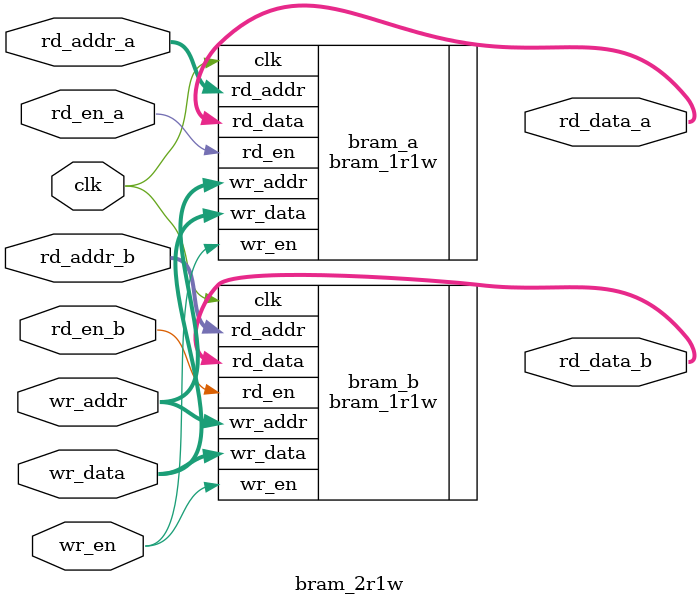
<source format=sv>
module bram_2r1w
#
(
    parameter   ADDR_WIDTH  = 4,
    parameter   DATA_WIDTH  = 8,
    parameter   READ_BYPASS = 0
)
(
    input logic                     clk,
    input logic                     wr_en, rd_en_a, rd_en_b,
    input logic[ADDR_WIDTH-1:0]     rd_addr_a, rd_addr_b, wr_addr,
    input logic[DATA_WIDTH-1:0]     wr_data,
    output logic[DATA_WIDTH-1:0]    rd_data_a, rd_data_b
);
    // Instantiate two 1r1w BRAM modules to provide 2-read port/1-write port BRAM
    bram_1r1w #(.ADDR_WIDTH(ADDR_WIDTH), .DATA_WIDTH(DATA_WIDTH), .READ_BYPASS(READ_BYPASS)) bram_a(
        .clk(clk),
        .wr_en(wr_en),
        .rd_en(rd_en_a),
        .rd_addr(rd_addr_a),
        .wr_addr(wr_addr),
        .wr_data(wr_data),
        .rd_data(rd_data_a));

    bram_1r1w #(.ADDR_WIDTH(ADDR_WIDTH), .DATA_WIDTH(DATA_WIDTH), .READ_BYPASS(READ_BYPASS)) bram_b(
        .clk(clk),
        .wr_en(wr_en),
        .rd_en(rd_en_b),
        .rd_addr(rd_addr_b),
        .wr_addr(wr_addr),
        .wr_data(wr_data),
        .rd_data(rd_data_b));
endmodule
</source>
